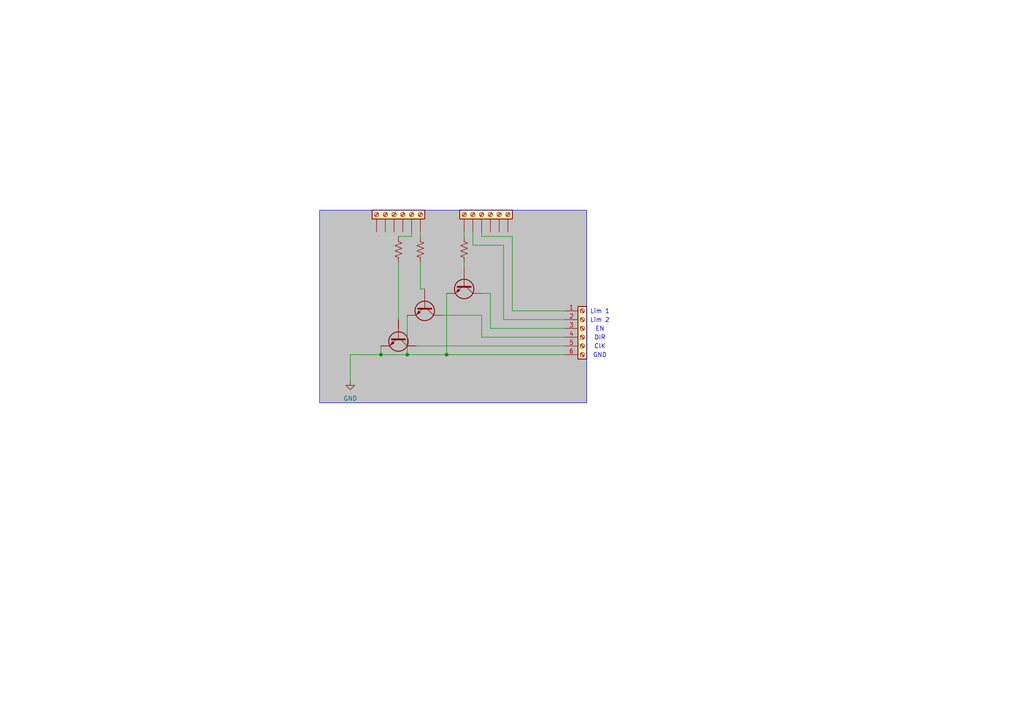
<source format=kicad_sch>
(kicad_sch
	(version 20250114)
	(generator "eeschema")
	(generator_version "9.0")
	(uuid "3fc41dd3-73e4-4ffc-9935-b0cefc27f6af")
	(paper "A4")
	(lib_symbols
		(symbol "Connector:Screw_Terminal_01x06"
			(pin_names
				(offset 1.016)
				(hide yes)
			)
			(exclude_from_sim no)
			(in_bom yes)
			(on_board yes)
			(property "Reference" "J"
				(at 0 7.62 0)
				(effects
					(font
						(size 1.27 1.27)
					)
				)
			)
			(property "Value" "Screw_Terminal_01x06"
				(at 0 -10.16 0)
				(effects
					(font
						(size 1.27 1.27)
					)
				)
			)
			(property "Footprint" ""
				(at 0 0 0)
				(effects
					(font
						(size 1.27 1.27)
					)
					(hide yes)
				)
			)
			(property "Datasheet" "~"
				(at 0 0 0)
				(effects
					(font
						(size 1.27 1.27)
					)
					(hide yes)
				)
			)
			(property "Description" "Generic screw terminal, single row, 01x06, script generated (kicad-library-utils/schlib/autogen/connector/)"
				(at 0 0 0)
				(effects
					(font
						(size 1.27 1.27)
					)
					(hide yes)
				)
			)
			(property "ki_keywords" "screw terminal"
				(at 0 0 0)
				(effects
					(font
						(size 1.27 1.27)
					)
					(hide yes)
				)
			)
			(property "ki_fp_filters" "TerminalBlock*:*"
				(at 0 0 0)
				(effects
					(font
						(size 1.27 1.27)
					)
					(hide yes)
				)
			)
			(symbol "Screw_Terminal_01x06_1_1"
				(rectangle
					(start -1.27 6.35)
					(end 1.27 -8.89)
					(stroke
						(width 0.254)
						(type default)
					)
					(fill
						(type background)
					)
				)
				(polyline
					(pts
						(xy -0.5334 5.4102) (xy 0.3302 4.572)
					)
					(stroke
						(width 0.1524)
						(type default)
					)
					(fill
						(type none)
					)
				)
				(polyline
					(pts
						(xy -0.5334 2.8702) (xy 0.3302 2.032)
					)
					(stroke
						(width 0.1524)
						(type default)
					)
					(fill
						(type none)
					)
				)
				(polyline
					(pts
						(xy -0.5334 0.3302) (xy 0.3302 -0.508)
					)
					(stroke
						(width 0.1524)
						(type default)
					)
					(fill
						(type none)
					)
				)
				(polyline
					(pts
						(xy -0.5334 -2.2098) (xy 0.3302 -3.048)
					)
					(stroke
						(width 0.1524)
						(type default)
					)
					(fill
						(type none)
					)
				)
				(polyline
					(pts
						(xy -0.5334 -4.7498) (xy 0.3302 -5.588)
					)
					(stroke
						(width 0.1524)
						(type default)
					)
					(fill
						(type none)
					)
				)
				(polyline
					(pts
						(xy -0.5334 -7.2898) (xy 0.3302 -8.128)
					)
					(stroke
						(width 0.1524)
						(type default)
					)
					(fill
						(type none)
					)
				)
				(polyline
					(pts
						(xy -0.3556 5.588) (xy 0.508 4.7498)
					)
					(stroke
						(width 0.1524)
						(type default)
					)
					(fill
						(type none)
					)
				)
				(polyline
					(pts
						(xy -0.3556 3.048) (xy 0.508 2.2098)
					)
					(stroke
						(width 0.1524)
						(type default)
					)
					(fill
						(type none)
					)
				)
				(polyline
					(pts
						(xy -0.3556 0.508) (xy 0.508 -0.3302)
					)
					(stroke
						(width 0.1524)
						(type default)
					)
					(fill
						(type none)
					)
				)
				(polyline
					(pts
						(xy -0.3556 -2.032) (xy 0.508 -2.8702)
					)
					(stroke
						(width 0.1524)
						(type default)
					)
					(fill
						(type none)
					)
				)
				(polyline
					(pts
						(xy -0.3556 -4.572) (xy 0.508 -5.4102)
					)
					(stroke
						(width 0.1524)
						(type default)
					)
					(fill
						(type none)
					)
				)
				(polyline
					(pts
						(xy -0.3556 -7.112) (xy 0.508 -7.9502)
					)
					(stroke
						(width 0.1524)
						(type default)
					)
					(fill
						(type none)
					)
				)
				(circle
					(center 0 5.08)
					(radius 0.635)
					(stroke
						(width 0.1524)
						(type default)
					)
					(fill
						(type none)
					)
				)
				(circle
					(center 0 2.54)
					(radius 0.635)
					(stroke
						(width 0.1524)
						(type default)
					)
					(fill
						(type none)
					)
				)
				(circle
					(center 0 0)
					(radius 0.635)
					(stroke
						(width 0.1524)
						(type default)
					)
					(fill
						(type none)
					)
				)
				(circle
					(center 0 -2.54)
					(radius 0.635)
					(stroke
						(width 0.1524)
						(type default)
					)
					(fill
						(type none)
					)
				)
				(circle
					(center 0 -5.08)
					(radius 0.635)
					(stroke
						(width 0.1524)
						(type default)
					)
					(fill
						(type none)
					)
				)
				(circle
					(center 0 -7.62)
					(radius 0.635)
					(stroke
						(width 0.1524)
						(type default)
					)
					(fill
						(type none)
					)
				)
				(pin passive line
					(at -5.08 5.08 0)
					(length 3.81)
					(name "Pin_1"
						(effects
							(font
								(size 1.27 1.27)
							)
						)
					)
					(number "1"
						(effects
							(font
								(size 1.27 1.27)
							)
						)
					)
				)
				(pin passive line
					(at -5.08 2.54 0)
					(length 3.81)
					(name "Pin_2"
						(effects
							(font
								(size 1.27 1.27)
							)
						)
					)
					(number "2"
						(effects
							(font
								(size 1.27 1.27)
							)
						)
					)
				)
				(pin passive line
					(at -5.08 0 0)
					(length 3.81)
					(name "Pin_3"
						(effects
							(font
								(size 1.27 1.27)
							)
						)
					)
					(number "3"
						(effects
							(font
								(size 1.27 1.27)
							)
						)
					)
				)
				(pin passive line
					(at -5.08 -2.54 0)
					(length 3.81)
					(name "Pin_4"
						(effects
							(font
								(size 1.27 1.27)
							)
						)
					)
					(number "4"
						(effects
							(font
								(size 1.27 1.27)
							)
						)
					)
				)
				(pin passive line
					(at -5.08 -5.08 0)
					(length 3.81)
					(name "Pin_5"
						(effects
							(font
								(size 1.27 1.27)
							)
						)
					)
					(number "5"
						(effects
							(font
								(size 1.27 1.27)
							)
						)
					)
				)
				(pin passive line
					(at -5.08 -7.62 0)
					(length 3.81)
					(name "Pin_6"
						(effects
							(font
								(size 1.27 1.27)
							)
						)
					)
					(number "6"
						(effects
							(font
								(size 1.27 1.27)
							)
						)
					)
				)
			)
			(embedded_fonts no)
		)
		(symbol "Device:R_US"
			(pin_numbers
				(hide yes)
			)
			(pin_names
				(offset 0)
			)
			(exclude_from_sim no)
			(in_bom yes)
			(on_board yes)
			(property "Reference" "R"
				(at 2.54 0 90)
				(effects
					(font
						(size 1.27 1.27)
					)
				)
			)
			(property "Value" "R_US"
				(at -2.54 0 90)
				(effects
					(font
						(size 1.27 1.27)
					)
				)
			)
			(property "Footprint" ""
				(at 1.016 -0.254 90)
				(effects
					(font
						(size 1.27 1.27)
					)
					(hide yes)
				)
			)
			(property "Datasheet" "~"
				(at 0 0 0)
				(effects
					(font
						(size 1.27 1.27)
					)
					(hide yes)
				)
			)
			(property "Description" "Resistor, US symbol"
				(at 0 0 0)
				(effects
					(font
						(size 1.27 1.27)
					)
					(hide yes)
				)
			)
			(property "ki_keywords" "R res resistor"
				(at 0 0 0)
				(effects
					(font
						(size 1.27 1.27)
					)
					(hide yes)
				)
			)
			(property "ki_fp_filters" "R_*"
				(at 0 0 0)
				(effects
					(font
						(size 1.27 1.27)
					)
					(hide yes)
				)
			)
			(symbol "R_US_0_1"
				(polyline
					(pts
						(xy 0 2.286) (xy 0 2.54)
					)
					(stroke
						(width 0)
						(type default)
					)
					(fill
						(type none)
					)
				)
				(polyline
					(pts
						(xy 0 2.286) (xy 1.016 1.905) (xy 0 1.524) (xy -1.016 1.143) (xy 0 0.762)
					)
					(stroke
						(width 0)
						(type default)
					)
					(fill
						(type none)
					)
				)
				(polyline
					(pts
						(xy 0 0.762) (xy 1.016 0.381) (xy 0 0) (xy -1.016 -0.381) (xy 0 -0.762)
					)
					(stroke
						(width 0)
						(type default)
					)
					(fill
						(type none)
					)
				)
				(polyline
					(pts
						(xy 0 -0.762) (xy 1.016 -1.143) (xy 0 -1.524) (xy -1.016 -1.905) (xy 0 -2.286)
					)
					(stroke
						(width 0)
						(type default)
					)
					(fill
						(type none)
					)
				)
				(polyline
					(pts
						(xy 0 -2.286) (xy 0 -2.54)
					)
					(stroke
						(width 0)
						(type default)
					)
					(fill
						(type none)
					)
				)
			)
			(symbol "R_US_1_1"
				(pin passive line
					(at 0 3.81 270)
					(length 1.27)
					(name "~"
						(effects
							(font
								(size 1.27 1.27)
							)
						)
					)
					(number "1"
						(effects
							(font
								(size 1.27 1.27)
							)
						)
					)
				)
				(pin passive line
					(at 0 -3.81 90)
					(length 1.27)
					(name "~"
						(effects
							(font
								(size 1.27 1.27)
							)
						)
					)
					(number "2"
						(effects
							(font
								(size 1.27 1.27)
							)
						)
					)
				)
			)
			(embedded_fonts no)
		)
		(symbol "Q_NPN_BEC_1"
			(pin_numbers
				(hide yes)
			)
			(pin_names
				(offset 0)
				(hide yes)
			)
			(exclude_from_sim no)
			(in_bom yes)
			(on_board yes)
			(property "Reference" "Q"
				(at 5.08 1.27 0)
				(effects
					(font
						(size 1.27 1.27)
					)
					(justify left)
				)
			)
			(property "Value" "Q_NPN_BEC"
				(at 5.08 -1.27 0)
				(effects
					(font
						(size 1.27 1.27)
					)
					(justify left)
				)
			)
			(property "Footprint" ""
				(at 5.08 2.54 0)
				(effects
					(font
						(size 1.27 1.27)
					)
					(hide yes)
				)
			)
			(property "Datasheet" "~"
				(at 0 0 0)
				(effects
					(font
						(size 1.27 1.27)
					)
					(hide yes)
				)
			)
			(property "Description" "NPN transistor, base/emitter/collector"
				(at 0 0 0)
				(effects
					(font
						(size 1.27 1.27)
					)
					(hide yes)
				)
			)
			(property "Sim.Device" "NPN"
				(at 0 0 0)
				(effects
					(font
						(size 1.27 1.27)
					)
					(hide yes)
				)
			)
			(property "Sim.Pins" "1=B 2=E 3=C"
				(at 0 0 0)
				(effects
					(font
						(size 1.27 1.27)
					)
					(hide yes)
				)
			)
			(property "ki_keywords" "BJT"
				(at 0 0 0)
				(effects
					(font
						(size 1.27 1.27)
					)
					(hide yes)
				)
			)
			(symbol "Q_NPN_BEC_1_0_1"
				(polyline
					(pts
						(xy -2.54 0) (xy 0.635 0)
					)
					(stroke
						(width 0)
						(type default)
					)
					(fill
						(type none)
					)
				)
				(polyline
					(pts
						(xy 0.635 1.905) (xy 0.635 -1.905)
					)
					(stroke
						(width 0.508)
						(type default)
					)
					(fill
						(type none)
					)
				)
				(circle
					(center 1.27 0)
					(radius 2.8194)
					(stroke
						(width 0.254)
						(type default)
					)
					(fill
						(type none)
					)
				)
			)
			(symbol "Q_NPN_BEC_1_1_1"
				(polyline
					(pts
						(xy 0.635 0.635) (xy 2.54 2.54)
					)
					(stroke
						(width 0)
						(type default)
					)
					(fill
						(type none)
					)
				)
				(polyline
					(pts
						(xy 0.635 -0.635) (xy 2.54 -2.54)
					)
					(stroke
						(width 0)
						(type default)
					)
					(fill
						(type none)
					)
				)
				(polyline
					(pts
						(xy 1.27 -1.778) (xy 1.778 -1.27) (xy 2.286 -2.286) (xy 1.27 -1.778)
					)
					(stroke
						(width 0)
						(type default)
					)
					(fill
						(type outline)
					)
				)
				(pin input line
					(at -5.08 0 0)
					(length 2.54)
					(name "B"
						(effects
							(font
								(size 1.27 1.27)
							)
						)
					)
					(number "1"
						(effects
							(font
								(size 1.27 1.27)
							)
						)
					)
				)
				(pin passive line
					(at 2.54 5.08 270)
					(length 2.54)
					(name "C"
						(effects
							(font
								(size 1.27 1.27)
							)
						)
					)
					(number "3"
						(effects
							(font
								(size 1.27 1.27)
							)
						)
					)
				)
				(pin passive line
					(at 2.54 -5.08 90)
					(length 2.54)
					(name "E"
						(effects
							(font
								(size 1.27 1.27)
							)
						)
					)
					(number "2"
						(effects
							(font
								(size 1.27 1.27)
							)
						)
					)
				)
			)
			(embedded_fonts no)
		)
		(symbol "Q_NPN_BEC_2"
			(pin_numbers
				(hide yes)
			)
			(pin_names
				(offset 0)
				(hide yes)
			)
			(exclude_from_sim no)
			(in_bom yes)
			(on_board yes)
			(property "Reference" "Q"
				(at 5.08 1.27 0)
				(effects
					(font
						(size 1.27 1.27)
					)
					(justify left)
				)
			)
			(property "Value" "Q_NPN_BEC"
				(at 5.08 -1.27 0)
				(effects
					(font
						(size 1.27 1.27)
					)
					(justify left)
				)
			)
			(property "Footprint" ""
				(at 5.08 2.54 0)
				(effects
					(font
						(size 1.27 1.27)
					)
					(hide yes)
				)
			)
			(property "Datasheet" "~"
				(at 0 0 0)
				(effects
					(font
						(size 1.27 1.27)
					)
					(hide yes)
				)
			)
			(property "Description" "NPN transistor, base/emitter/collector"
				(at 0 0 0)
				(effects
					(font
						(size 1.27 1.27)
					)
					(hide yes)
				)
			)
			(property "Sim.Device" "NPN"
				(at 0 0 0)
				(effects
					(font
						(size 1.27 1.27)
					)
					(hide yes)
				)
			)
			(property "Sim.Pins" "1=B 2=E 3=C"
				(at 0 0 0)
				(effects
					(font
						(size 1.27 1.27)
					)
					(hide yes)
				)
			)
			(property "ki_keywords" "BJT"
				(at 0 0 0)
				(effects
					(font
						(size 1.27 1.27)
					)
					(hide yes)
				)
			)
			(symbol "Q_NPN_BEC_2_0_1"
				(polyline
					(pts
						(xy -2.54 0) (xy 0.635 0)
					)
					(stroke
						(width 0)
						(type default)
					)
					(fill
						(type none)
					)
				)
				(polyline
					(pts
						(xy 0.635 1.905) (xy 0.635 -1.905)
					)
					(stroke
						(width 0.508)
						(type default)
					)
					(fill
						(type none)
					)
				)
				(circle
					(center 1.27 0)
					(radius 2.8194)
					(stroke
						(width 0.254)
						(type default)
					)
					(fill
						(type none)
					)
				)
			)
			(symbol "Q_NPN_BEC_2_1_1"
				(polyline
					(pts
						(xy 0.635 0.635) (xy 2.54 2.54)
					)
					(stroke
						(width 0)
						(type default)
					)
					(fill
						(type none)
					)
				)
				(polyline
					(pts
						(xy 0.635 -0.635) (xy 2.54 -2.54)
					)
					(stroke
						(width 0)
						(type default)
					)
					(fill
						(type none)
					)
				)
				(polyline
					(pts
						(xy 1.27 -1.778) (xy 1.778 -1.27) (xy 2.286 -2.286) (xy 1.27 -1.778)
					)
					(stroke
						(width 0)
						(type default)
					)
					(fill
						(type outline)
					)
				)
				(pin input line
					(at -5.08 0 0)
					(length 2.54)
					(name "B"
						(effects
							(font
								(size 1.27 1.27)
							)
						)
					)
					(number "1"
						(effects
							(font
								(size 1.27 1.27)
							)
						)
					)
				)
				(pin passive line
					(at 2.54 5.08 270)
					(length 2.54)
					(name "C"
						(effects
							(font
								(size 1.27 1.27)
							)
						)
					)
					(number "3"
						(effects
							(font
								(size 1.27 1.27)
							)
						)
					)
				)
				(pin passive line
					(at 2.54 -5.08 90)
					(length 2.54)
					(name "E"
						(effects
							(font
								(size 1.27 1.27)
							)
						)
					)
					(number "2"
						(effects
							(font
								(size 1.27 1.27)
							)
						)
					)
				)
			)
			(embedded_fonts no)
		)
		(symbol "Screw_Terminal_01x06_1"
			(pin_numbers
				(hide yes)
			)
			(pin_names
				(offset 1.016)
				(hide yes)
			)
			(exclude_from_sim no)
			(in_bom yes)
			(on_board yes)
			(property "Reference" "J"
				(at 0 7.62 0)
				(effects
					(font
						(size 1.27 1.27)
					)
				)
			)
			(property "Value" "Screw_Terminal_01x06"
				(at 0 -10.16 0)
				(effects
					(font
						(size 1.27 1.27)
					)
				)
			)
			(property "Footprint" ""
				(at 0 0 0)
				(effects
					(font
						(size 1.27 1.27)
					)
					(hide yes)
				)
			)
			(property "Datasheet" "~"
				(at 0 0 0)
				(effects
					(font
						(size 1.27 1.27)
					)
					(hide yes)
				)
			)
			(property "Description" "Generic screw terminal, single row, 01x06, script generated (kicad-library-utils/schlib/autogen/connector/)"
				(at 0 0 0)
				(effects
					(font
						(size 1.27 1.27)
					)
					(hide yes)
				)
			)
			(property "ki_keywords" "screw terminal"
				(at 0 0 0)
				(effects
					(font
						(size 1.27 1.27)
					)
					(hide yes)
				)
			)
			(property "ki_fp_filters" "TerminalBlock*:*"
				(at 0 0 0)
				(effects
					(font
						(size 1.27 1.27)
					)
					(hide yes)
				)
			)
			(symbol "Screw_Terminal_01x06_1_1_1"
				(rectangle
					(start -1.27 6.35)
					(end 1.27 -8.89)
					(stroke
						(width 0.254)
						(type default)
					)
					(fill
						(type background)
					)
				)
				(polyline
					(pts
						(xy -0.5334 5.4102) (xy 0.3302 4.572)
					)
					(stroke
						(width 0.1524)
						(type default)
					)
					(fill
						(type none)
					)
				)
				(polyline
					(pts
						(xy -0.5334 2.8702) (xy 0.3302 2.032)
					)
					(stroke
						(width 0.1524)
						(type default)
					)
					(fill
						(type none)
					)
				)
				(polyline
					(pts
						(xy -0.5334 0.3302) (xy 0.3302 -0.508)
					)
					(stroke
						(width 0.1524)
						(type default)
					)
					(fill
						(type none)
					)
				)
				(polyline
					(pts
						(xy -0.5334 -2.2098) (xy 0.3302 -3.048)
					)
					(stroke
						(width 0.1524)
						(type default)
					)
					(fill
						(type none)
					)
				)
				(polyline
					(pts
						(xy -0.5334 -4.7498) (xy 0.3302 -5.588)
					)
					(stroke
						(width 0.1524)
						(type default)
					)
					(fill
						(type none)
					)
				)
				(polyline
					(pts
						(xy -0.5334 -7.2898) (xy 0.3302 -8.128)
					)
					(stroke
						(width 0.1524)
						(type default)
					)
					(fill
						(type none)
					)
				)
				(polyline
					(pts
						(xy -0.3556 5.588) (xy 0.508 4.7498)
					)
					(stroke
						(width 0.1524)
						(type default)
					)
					(fill
						(type none)
					)
				)
				(polyline
					(pts
						(xy -0.3556 3.048) (xy 0.508 2.2098)
					)
					(stroke
						(width 0.1524)
						(type default)
					)
					(fill
						(type none)
					)
				)
				(polyline
					(pts
						(xy -0.3556 0.508) (xy 0.508 -0.3302)
					)
					(stroke
						(width 0.1524)
						(type default)
					)
					(fill
						(type none)
					)
				)
				(polyline
					(pts
						(xy -0.3556 -2.032) (xy 0.508 -2.8702)
					)
					(stroke
						(width 0.1524)
						(type default)
					)
					(fill
						(type none)
					)
				)
				(polyline
					(pts
						(xy -0.3556 -4.572) (xy 0.508 -5.4102)
					)
					(stroke
						(width 0.1524)
						(type default)
					)
					(fill
						(type none)
					)
				)
				(polyline
					(pts
						(xy -0.3556 -7.112) (xy 0.508 -7.9502)
					)
					(stroke
						(width 0.1524)
						(type default)
					)
					(fill
						(type none)
					)
				)
				(circle
					(center 0 5.08)
					(radius 0.635)
					(stroke
						(width 0.1524)
						(type default)
					)
					(fill
						(type none)
					)
				)
				(circle
					(center 0 2.54)
					(radius 0.635)
					(stroke
						(width 0.1524)
						(type default)
					)
					(fill
						(type none)
					)
				)
				(circle
					(center 0 0)
					(radius 0.635)
					(stroke
						(width 0.1524)
						(type default)
					)
					(fill
						(type none)
					)
				)
				(circle
					(center 0 -2.54)
					(radius 0.635)
					(stroke
						(width 0.1524)
						(type default)
					)
					(fill
						(type none)
					)
				)
				(circle
					(center 0 -5.08)
					(radius 0.635)
					(stroke
						(width 0.1524)
						(type default)
					)
					(fill
						(type none)
					)
				)
				(circle
					(center 0 -7.62)
					(radius 0.635)
					(stroke
						(width 0.1524)
						(type default)
					)
					(fill
						(type none)
					)
				)
				(pin passive line
					(at -5.08 5.08 0)
					(length 3.81)
					(name "Pin_1"
						(effects
							(font
								(size 1.27 1.27)
							)
						)
					)
					(number "1"
						(effects
							(font
								(size 1.27 1.27)
							)
						)
					)
				)
				(pin passive line
					(at -5.08 2.54 0)
					(length 3.81)
					(name "Pin_2"
						(effects
							(font
								(size 1.27 1.27)
							)
						)
					)
					(number "2"
						(effects
							(font
								(size 1.27 1.27)
							)
						)
					)
				)
				(pin passive line
					(at -5.08 0 0)
					(length 3.81)
					(name "Pin_3"
						(effects
							(font
								(size 1.27 1.27)
							)
						)
					)
					(number "3"
						(effects
							(font
								(size 1.27 1.27)
							)
						)
					)
				)
				(pin passive line
					(at -5.08 -2.54 0)
					(length 3.81)
					(name "Pin_4"
						(effects
							(font
								(size 1.27 1.27)
							)
						)
					)
					(number "4"
						(effects
							(font
								(size 1.27 1.27)
							)
						)
					)
				)
				(pin passive line
					(at -5.08 -5.08 0)
					(length 3.81)
					(name "Pin_5"
						(effects
							(font
								(size 1.27 1.27)
							)
						)
					)
					(number "5"
						(effects
							(font
								(size 1.27 1.27)
							)
						)
					)
				)
				(pin passive line
					(at -5.08 -7.62 0)
					(length 3.81)
					(name "Pin_6"
						(effects
							(font
								(size 1.27 1.27)
							)
						)
					)
					(number "6"
						(effects
							(font
								(size 1.27 1.27)
							)
						)
					)
				)
			)
			(embedded_fonts no)
		)
		(symbol "Screw_Terminal_01x06_2"
			(pin_numbers
				(hide yes)
			)
			(pin_names
				(offset 1.016)
				(hide yes)
			)
			(exclude_from_sim no)
			(in_bom yes)
			(on_board yes)
			(property "Reference" "J"
				(at 0 7.62 0)
				(effects
					(font
						(size 1.27 1.27)
					)
				)
			)
			(property "Value" "Screw_Terminal_01x06"
				(at 0 -10.16 0)
				(effects
					(font
						(size 1.27 1.27)
					)
				)
			)
			(property "Footprint" ""
				(at 0 0 0)
				(effects
					(font
						(size 1.27 1.27)
					)
					(hide yes)
				)
			)
			(property "Datasheet" "~"
				(at 0 0 0)
				(effects
					(font
						(size 1.27 1.27)
					)
					(hide yes)
				)
			)
			(property "Description" "Generic screw terminal, single row, 01x06, script generated (kicad-library-utils/schlib/autogen/connector/)"
				(at 0 0 0)
				(effects
					(font
						(size 1.27 1.27)
					)
					(hide yes)
				)
			)
			(property "ki_keywords" "screw terminal"
				(at 0 0 0)
				(effects
					(font
						(size 1.27 1.27)
					)
					(hide yes)
				)
			)
			(property "ki_fp_filters" "TerminalBlock*:*"
				(at 0 0 0)
				(effects
					(font
						(size 1.27 1.27)
					)
					(hide yes)
				)
			)
			(symbol "Screw_Terminal_01x06_2_1_1"
				(rectangle
					(start -1.27 6.35)
					(end 1.27 -8.89)
					(stroke
						(width 0.254)
						(type default)
					)
					(fill
						(type background)
					)
				)
				(polyline
					(pts
						(xy -0.5334 5.4102) (xy 0.3302 4.572)
					)
					(stroke
						(width 0.1524)
						(type default)
					)
					(fill
						(type none)
					)
				)
				(polyline
					(pts
						(xy -0.5334 2.8702) (xy 0.3302 2.032)
					)
					(stroke
						(width 0.1524)
						(type default)
					)
					(fill
						(type none)
					)
				)
				(polyline
					(pts
						(xy -0.5334 0.3302) (xy 0.3302 -0.508)
					)
					(stroke
						(width 0.1524)
						(type default)
					)
					(fill
						(type none)
					)
				)
				(polyline
					(pts
						(xy -0.5334 -2.2098) (xy 0.3302 -3.048)
					)
					(stroke
						(width 0.1524)
						(type default)
					)
					(fill
						(type none)
					)
				)
				(polyline
					(pts
						(xy -0.5334 -4.7498) (xy 0.3302 -5.588)
					)
					(stroke
						(width 0.1524)
						(type default)
					)
					(fill
						(type none)
					)
				)
				(polyline
					(pts
						(xy -0.5334 -7.2898) (xy 0.3302 -8.128)
					)
					(stroke
						(width 0.1524)
						(type default)
					)
					(fill
						(type none)
					)
				)
				(polyline
					(pts
						(xy -0.3556 5.588) (xy 0.508 4.7498)
					)
					(stroke
						(width 0.1524)
						(type default)
					)
					(fill
						(type none)
					)
				)
				(polyline
					(pts
						(xy -0.3556 3.048) (xy 0.508 2.2098)
					)
					(stroke
						(width 0.1524)
						(type default)
					)
					(fill
						(type none)
					)
				)
				(polyline
					(pts
						(xy -0.3556 0.508) (xy 0.508 -0.3302)
					)
					(stroke
						(width 0.1524)
						(type default)
					)
					(fill
						(type none)
					)
				)
				(polyline
					(pts
						(xy -0.3556 -2.032) (xy 0.508 -2.8702)
					)
					(stroke
						(width 0.1524)
						(type default)
					)
					(fill
						(type none)
					)
				)
				(polyline
					(pts
						(xy -0.3556 -4.572) (xy 0.508 -5.4102)
					)
					(stroke
						(width 0.1524)
						(type default)
					)
					(fill
						(type none)
					)
				)
				(polyline
					(pts
						(xy -0.3556 -7.112) (xy 0.508 -7.9502)
					)
					(stroke
						(width 0.1524)
						(type default)
					)
					(fill
						(type none)
					)
				)
				(circle
					(center 0 5.08)
					(radius 0.635)
					(stroke
						(width 0.1524)
						(type default)
					)
					(fill
						(type none)
					)
				)
				(circle
					(center 0 2.54)
					(radius 0.635)
					(stroke
						(width 0.1524)
						(type default)
					)
					(fill
						(type none)
					)
				)
				(circle
					(center 0 0)
					(radius 0.635)
					(stroke
						(width 0.1524)
						(type default)
					)
					(fill
						(type none)
					)
				)
				(circle
					(center 0 -2.54)
					(radius 0.635)
					(stroke
						(width 0.1524)
						(type default)
					)
					(fill
						(type none)
					)
				)
				(circle
					(center 0 -5.08)
					(radius 0.635)
					(stroke
						(width 0.1524)
						(type default)
					)
					(fill
						(type none)
					)
				)
				(circle
					(center 0 -7.62)
					(radius 0.635)
					(stroke
						(width 0.1524)
						(type default)
					)
					(fill
						(type none)
					)
				)
				(pin passive line
					(at -5.08 5.08 0)
					(length 3.81)
					(name "Pin_1"
						(effects
							(font
								(size 1.27 1.27)
							)
						)
					)
					(number "1"
						(effects
							(font
								(size 1.27 1.27)
							)
						)
					)
				)
				(pin passive line
					(at -5.08 2.54 0)
					(length 3.81)
					(name "Pin_2"
						(effects
							(font
								(size 1.27 1.27)
							)
						)
					)
					(number "2"
						(effects
							(font
								(size 1.27 1.27)
							)
						)
					)
				)
				(pin passive line
					(at -5.08 0 0)
					(length 3.81)
					(name "Pin_3"
						(effects
							(font
								(size 1.27 1.27)
							)
						)
					)
					(number "3"
						(effects
							(font
								(size 1.27 1.27)
							)
						)
					)
				)
				(pin passive line
					(at -5.08 -2.54 0)
					(length 3.81)
					(name "Pin_4"
						(effects
							(font
								(size 1.27 1.27)
							)
						)
					)
					(number "4"
						(effects
							(font
								(size 1.27 1.27)
							)
						)
					)
				)
				(pin passive line
					(at -5.08 -5.08 0)
					(length 3.81)
					(name "Pin_5"
						(effects
							(font
								(size 1.27 1.27)
							)
						)
					)
					(number "5"
						(effects
							(font
								(size 1.27 1.27)
							)
						)
					)
				)
				(pin passive line
					(at -5.08 -7.62 0)
					(length 3.81)
					(name "Pin_6"
						(effects
							(font
								(size 1.27 1.27)
							)
						)
					)
					(number "6"
						(effects
							(font
								(size 1.27 1.27)
							)
						)
					)
				)
			)
			(embedded_fonts no)
		)
		(symbol "Transistor_BJT:Q_NPN_BEC"
			(pin_numbers
				(hide yes)
			)
			(pin_names
				(offset 0)
				(hide yes)
			)
			(exclude_from_sim no)
			(in_bom yes)
			(on_board yes)
			(property "Reference" "Q"
				(at 5.08 1.27 0)
				(effects
					(font
						(size 1.27 1.27)
					)
					(justify left)
				)
			)
			(property "Value" "Q_NPN_BEC"
				(at 5.08 -1.27 0)
				(effects
					(font
						(size 1.27 1.27)
					)
					(justify left)
				)
			)
			(property "Footprint" ""
				(at 5.08 2.54 0)
				(effects
					(font
						(size 1.27 1.27)
					)
					(hide yes)
				)
			)
			(property "Datasheet" "~"
				(at 0 0 0)
				(effects
					(font
						(size 1.27 1.27)
					)
					(hide yes)
				)
			)
			(property "Description" "NPN transistor, base/emitter/collector"
				(at 0 0 0)
				(effects
					(font
						(size 1.27 1.27)
					)
					(hide yes)
				)
			)
			(property "Sim.Device" "NPN"
				(at 0 0 0)
				(effects
					(font
						(size 1.27 1.27)
					)
					(hide yes)
				)
			)
			(property "Sim.Pins" "1=B 2=E 3=C"
				(at 0 0 0)
				(effects
					(font
						(size 1.27 1.27)
					)
					(hide yes)
				)
			)
			(property "ki_keywords" "BJT"
				(at 0 0 0)
				(effects
					(font
						(size 1.27 1.27)
					)
					(hide yes)
				)
			)
			(symbol "Q_NPN_BEC_0_1"
				(polyline
					(pts
						(xy -2.54 0) (xy 0.635 0)
					)
					(stroke
						(width 0)
						(type default)
					)
					(fill
						(type none)
					)
				)
				(polyline
					(pts
						(xy 0.635 1.905) (xy 0.635 -1.905)
					)
					(stroke
						(width 0.508)
						(type default)
					)
					(fill
						(type none)
					)
				)
				(circle
					(center 1.27 0)
					(radius 2.8194)
					(stroke
						(width 0.254)
						(type default)
					)
					(fill
						(type none)
					)
				)
			)
			(symbol "Q_NPN_BEC_1_1"
				(polyline
					(pts
						(xy 0.635 0.635) (xy 2.54 2.54)
					)
					(stroke
						(width 0)
						(type default)
					)
					(fill
						(type none)
					)
				)
				(polyline
					(pts
						(xy 0.635 -0.635) (xy 2.54 -2.54)
					)
					(stroke
						(width 0)
						(type default)
					)
					(fill
						(type none)
					)
				)
				(polyline
					(pts
						(xy 1.27 -1.778) (xy 1.778 -1.27) (xy 2.286 -2.286) (xy 1.27 -1.778)
					)
					(stroke
						(width 0)
						(type default)
					)
					(fill
						(type outline)
					)
				)
				(pin input line
					(at -5.08 0 0)
					(length 2.54)
					(name "B"
						(effects
							(font
								(size 1.27 1.27)
							)
						)
					)
					(number "1"
						(effects
							(font
								(size 1.27 1.27)
							)
						)
					)
				)
				(pin passive line
					(at 2.54 5.08 270)
					(length 2.54)
					(name "C"
						(effects
							(font
								(size 1.27 1.27)
							)
						)
					)
					(number "3"
						(effects
							(font
								(size 1.27 1.27)
							)
						)
					)
				)
				(pin passive line
					(at 2.54 -5.08 90)
					(length 2.54)
					(name "E"
						(effects
							(font
								(size 1.27 1.27)
							)
						)
					)
					(number "2"
						(effects
							(font
								(size 1.27 1.27)
							)
						)
					)
				)
			)
			(embedded_fonts no)
		)
		(symbol "power:GND"
			(power)
			(pin_numbers
				(hide yes)
			)
			(pin_names
				(offset 0)
				(hide yes)
			)
			(exclude_from_sim no)
			(in_bom yes)
			(on_board yes)
			(property "Reference" "#PWR"
				(at 0 -6.35 0)
				(effects
					(font
						(size 1.27 1.27)
					)
					(hide yes)
				)
			)
			(property "Value" "GND"
				(at 0 -3.81 0)
				(effects
					(font
						(size 1.27 1.27)
					)
				)
			)
			(property "Footprint" ""
				(at 0 0 0)
				(effects
					(font
						(size 1.27 1.27)
					)
					(hide yes)
				)
			)
			(property "Datasheet" ""
				(at 0 0 0)
				(effects
					(font
						(size 1.27 1.27)
					)
					(hide yes)
				)
			)
			(property "Description" "Power symbol creates a global label with name \"GND\" , ground"
				(at 0 0 0)
				(effects
					(font
						(size 1.27 1.27)
					)
					(hide yes)
				)
			)
			(property "ki_keywords" "global power"
				(at 0 0 0)
				(effects
					(font
						(size 1.27 1.27)
					)
					(hide yes)
				)
			)
			(symbol "GND_0_1"
				(polyline
					(pts
						(xy 0 0) (xy 0 -1.27) (xy 1.27 -1.27) (xy 0 -2.54) (xy -1.27 -1.27) (xy 0 -1.27)
					)
					(stroke
						(width 0)
						(type default)
					)
					(fill
						(type none)
					)
				)
			)
			(symbol "GND_1_1"
				(pin power_in line
					(at 0 0 270)
					(length 0)
					(name "~"
						(effects
							(font
								(size 1.27 1.27)
							)
						)
					)
					(number "1"
						(effects
							(font
								(size 1.27 1.27)
							)
						)
					)
				)
			)
			(embedded_fonts no)
		)
	)
	(rectangle
		(start 92.71 60.96)
		(end 170.18 116.84)
		(stroke
			(width 0)
			(type default)
		)
		(fill
			(type color)
			(color 194 194 194 1)
		)
		(uuid 16f2721e-dd98-4e93-b837-71498bdaa3ed)
	)
	(text "EN"
		(exclude_from_sim no)
		(at 173.99 95.504 0)
		(effects
			(font
				(size 1.27 1.27)
			)
		)
		(uuid "131f93ac-48b1-4c20-97eb-66f48e349843")
	)
	(text "GND\n"
		(exclude_from_sim no)
		(at 173.99 103.124 0)
		(effects
			(font
				(size 1.27 1.27)
			)
		)
		(uuid "75d0ba09-2dd6-4316-a52b-90d23499a8e7")
	)
	(text "Lim 1"
		(exclude_from_sim no)
		(at 173.99 90.424 0)
		(effects
			(font
				(size 1.27 1.27)
			)
		)
		(uuid "8ac3398a-b0e2-48c0-acef-9a26ef55eb1a")
	)
	(text "DIR"
		(exclude_from_sim no)
		(at 173.99 98.044 0)
		(effects
			(font
				(size 1.27 1.27)
			)
		)
		(uuid "b25ee255-c588-4b91-a366-25e3394bdf5f")
	)
	(text "Lim 2"
		(exclude_from_sim no)
		(at 173.99 92.964 0)
		(effects
			(font
				(size 1.27 1.27)
			)
		)
		(uuid "ef5da2f9-32a0-4707-8c11-31cdf9d53421")
	)
	(text "ClK"
		(exclude_from_sim no)
		(at 173.99 100.584 0)
		(effects
			(font
				(size 1.27 1.27)
			)
		)
		(uuid "fb10f766-98d8-4486-81fd-67e474003691")
	)
	(junction
		(at 110.49 102.87)
		(diameter 0)
		(color 0 0 0 0)
		(uuid "06b8ef35-e179-415a-ae71-7bf937c3c98f")
	)
	(junction
		(at 129.54 102.87)
		(diameter 0)
		(color 0 0 0 0)
		(uuid "c8394736-17e8-4a6d-a93b-2741ba4f173e")
	)
	(junction
		(at 118.11 102.87)
		(diameter 0)
		(color 0 0 0 0)
		(uuid "e97948c3-843b-446f-a5a8-e49bdbe16704")
	)
	(wire
		(pts
			(xy 163.83 97.79) (xy 139.7 97.79)
		)
		(stroke
			(width 0)
			(type default)
		)
		(uuid "00012d8a-27a4-4ff6-8d0b-14e82fcde0aa")
	)
	(wire
		(pts
			(xy 129.54 102.87) (xy 163.83 102.87)
		)
		(stroke
			(width 0)
			(type default)
		)
		(uuid "02a6b794-a57e-495f-8513-8c38cdcd1cda")
	)
	(wire
		(pts
			(xy 101.6 110.49) (xy 101.6 102.87)
		)
		(stroke
			(width 0)
			(type default)
		)
		(uuid "0924cd12-ebef-4bda-93f5-14e0a9533c7d")
	)
	(wire
		(pts
			(xy 139.7 91.44) (xy 128.27 91.44)
		)
		(stroke
			(width 0)
			(type default)
		)
		(uuid "0e3d9d47-b255-4034-a00a-18a6a4108008")
	)
	(wire
		(pts
			(xy 121.92 68.58) (xy 121.92 67.31)
		)
		(stroke
			(width 0)
			(type default)
		)
		(uuid "1616c701-883d-42cb-97a7-ee097c66957b")
	)
	(wire
		(pts
			(xy 142.24 85.09) (xy 139.7 85.09)
		)
		(stroke
			(width 0)
			(type default)
		)
		(uuid "2864d8d3-68ff-40f9-886d-587964ad02bb")
	)
	(wire
		(pts
			(xy 134.62 67.31) (xy 134.62 68.58)
		)
		(stroke
			(width 0)
			(type default)
		)
		(uuid "2b44c55f-e4ba-4a0d-9178-f318a22a617b")
	)
	(wire
		(pts
			(xy 146.05 71.12) (xy 137.16 71.12)
		)
		(stroke
			(width 0)
			(type default)
		)
		(uuid "3a4446d7-c402-4172-b0bb-8fc73d1bd74a")
	)
	(wire
		(pts
			(xy 120.65 100.33) (xy 163.83 100.33)
		)
		(stroke
			(width 0)
			(type default)
		)
		(uuid "3ee3fa3d-7699-445f-849f-679cd8327c9f")
	)
	(wire
		(pts
			(xy 115.57 68.58) (xy 119.38 68.58)
		)
		(stroke
			(width 0)
			(type default)
		)
		(uuid "4eb3dd52-4cfa-41f2-808a-8f2bda488ee7")
	)
	(wire
		(pts
			(xy 121.92 83.82) (xy 121.92 76.2)
		)
		(stroke
			(width 0)
			(type default)
		)
		(uuid "552e30b4-7329-469b-bc00-fa16d0968328")
	)
	(wire
		(pts
			(xy 118.11 91.44) (xy 118.11 102.87)
		)
		(stroke
			(width 0)
			(type default)
		)
		(uuid "5ba11275-d552-434e-98ab-b683cd738082")
	)
	(wire
		(pts
			(xy 110.49 100.33) (xy 110.49 102.87)
		)
		(stroke
			(width 0)
			(type default)
		)
		(uuid "5bdb7c81-9edc-4104-ab7f-581f5f650005")
	)
	(wire
		(pts
			(xy 139.7 97.79) (xy 139.7 91.44)
		)
		(stroke
			(width 0)
			(type default)
		)
		(uuid "5d4257e1-1d7a-4b27-91b2-ae5d6110df81")
	)
	(wire
		(pts
			(xy 123.19 83.82) (xy 121.92 83.82)
		)
		(stroke
			(width 0)
			(type default)
		)
		(uuid "6ce4d198-4ed1-41d4-82b8-83abdacd5874")
	)
	(wire
		(pts
			(xy 118.11 102.87) (xy 129.54 102.87)
		)
		(stroke
			(width 0)
			(type default)
		)
		(uuid "6e3bce8d-9fda-4657-8bfd-cfdd254c1da5")
	)
	(wire
		(pts
			(xy 110.49 102.87) (xy 118.11 102.87)
		)
		(stroke
			(width 0)
			(type default)
		)
		(uuid "739e32e0-1701-4914-b82d-8722bcac35b3")
	)
	(wire
		(pts
			(xy 139.7 68.58) (xy 139.7 67.31)
		)
		(stroke
			(width 0)
			(type default)
		)
		(uuid "77799d2a-c611-4213-9523-7b97949a6578")
	)
	(wire
		(pts
			(xy 148.59 68.58) (xy 139.7 68.58)
		)
		(stroke
			(width 0)
			(type default)
		)
		(uuid "908fc11c-8351-48c0-8039-6c0780e5fa04")
	)
	(wire
		(pts
			(xy 146.05 92.71) (xy 146.05 71.12)
		)
		(stroke
			(width 0)
			(type default)
		)
		(uuid "9d515318-b664-448f-8a60-a9bf94464ab7")
	)
	(wire
		(pts
			(xy 101.6 102.87) (xy 110.49 102.87)
		)
		(stroke
			(width 0)
			(type default)
		)
		(uuid "ae63973c-99e7-4fc5-ac03-eec024a7caef")
	)
	(wire
		(pts
			(xy 142.24 95.25) (xy 142.24 85.09)
		)
		(stroke
			(width 0)
			(type default)
		)
		(uuid "ae98f668-2ebd-4aa4-b41f-b0073c11ae8c")
	)
	(wire
		(pts
			(xy 148.59 90.17) (xy 148.59 68.58)
		)
		(stroke
			(width 0)
			(type default)
		)
		(uuid "b370d67e-c5fb-42c0-adf7-634cd2f1c28f")
	)
	(wire
		(pts
			(xy 163.83 95.25) (xy 142.24 95.25)
		)
		(stroke
			(width 0)
			(type default)
		)
		(uuid "bb9a153f-be19-490c-bb42-ed9fcdf867cf")
	)
	(wire
		(pts
			(xy 119.38 68.58) (xy 119.38 67.31)
		)
		(stroke
			(width 0)
			(type default)
		)
		(uuid "d8221e37-d4a8-443e-a0c7-42e9d8c3ceea")
	)
	(wire
		(pts
			(xy 163.83 90.17) (xy 148.59 90.17)
		)
		(stroke
			(width 0)
			(type default)
		)
		(uuid "d8536b77-fa78-4657-967a-ef90304778b1")
	)
	(wire
		(pts
			(xy 137.16 71.12) (xy 137.16 67.31)
		)
		(stroke
			(width 0)
			(type default)
		)
		(uuid "dd9b52d9-3959-4c9a-8059-7fc05fc7fce5")
	)
	(wire
		(pts
			(xy 115.57 76.2) (xy 115.57 92.71)
		)
		(stroke
			(width 0)
			(type default)
		)
		(uuid "e55caba3-6b26-403a-9eb4-fad3307f9746")
	)
	(wire
		(pts
			(xy 163.83 92.71) (xy 146.05 92.71)
		)
		(stroke
			(width 0)
			(type default)
		)
		(uuid "e8d0f666-aaac-43f6-8383-f126e5344260")
	)
	(wire
		(pts
			(xy 129.54 85.09) (xy 129.54 102.87)
		)
		(stroke
			(width 0)
			(type default)
		)
		(uuid "eb4d0d8d-c7b3-4513-b3e6-5dee76614e66")
	)
	(wire
		(pts
			(xy 134.62 77.47) (xy 134.62 76.2)
		)
		(stroke
			(width 0)
			(type default)
		)
		(uuid "fb973fea-2f34-4111-8387-7578932fdf5a")
	)
	(symbol
		(lib_id "Transistor_BJT:Q_NPN_BEC")
		(at 115.57 97.79 270)
		(unit 1)
		(exclude_from_sim no)
		(in_bom yes)
		(on_board yes)
		(dnp no)
		(fields_autoplaced yes)
		(uuid "1ce2c5b8-a4dc-4189-ad9f-07d58ccfc0ca")
		(property "Reference" "Q1"
			(at 115.57 104.14 90)
			(effects
				(font
					(size 1.27 1.27)
				)
				(hide yes)
			)
		)
		(property "Value" "Q_NPN_BEC"
			(at 115.57 106.68 90)
			(effects
				(font
					(size 1.27 1.27)
				)
				(hide yes)
			)
		)
		(property "Footprint" ""
			(at 118.11 102.87 0)
			(effects
				(font
					(size 1.27 1.27)
				)
				(hide yes)
			)
		)
		(property "Datasheet" "~"
			(at 115.57 97.79 0)
			(effects
				(font
					(size 1.27 1.27)
				)
				(hide yes)
			)
		)
		(property "Description" "NPN transistor, base/emitter/collector"
			(at 115.57 97.79 0)
			(effects
				(font
					(size 1.27 1.27)
				)
				(hide yes)
			)
		)
		(property "Sim.Device" "NPN"
			(at 115.57 97.79 0)
			(effects
				(font
					(size 1.27 1.27)
				)
				(hide yes)
			)
		)
		(property "Sim.Pins" "1=B 2=E 3=C"
			(at 115.57 97.79 0)
			(effects
				(font
					(size 1.27 1.27)
				)
				(hide yes)
			)
		)
		(pin "1"
			(uuid "2e1e977f-c09f-4b81-b738-9779b7872a65")
		)
		(pin "2"
			(uuid "f4c1f8d5-727d-49a1-813f-5943a4d76309")
		)
		(pin "3"
			(uuid "0c01f7f3-50b2-4c7c-916c-791ce9caeebb")
		)
		(instances
			(project ""
				(path "/3fc41dd3-73e4-4ffc-9935-b0cefc27f6af"
					(reference "Q1")
					(unit 1)
				)
			)
		)
	)
	(symbol
		(lib_id "Device:R_US")
		(at 134.62 72.39 0)
		(unit 1)
		(exclude_from_sim no)
		(in_bom yes)
		(on_board yes)
		(dnp no)
		(uuid "335b3054-eed5-4e8a-acc6-2d55a6f2c47e")
		(property "Reference" "R3"
			(at 136.398 71.374 0)
			(effects
				(font
					(size 1.27 1.27)
				)
				(justify left)
				(hide yes)
			)
		)
		(property "Value" "R_US"
			(at 136.398 73.914 0)
			(effects
				(font
					(size 1.27 1.27)
				)
				(justify left)
				(hide yes)
			)
		)
		(property "Footprint" ""
			(at 135.636 72.644 90)
			(effects
				(font
					(size 1.27 1.27)
				)
				(hide yes)
			)
		)
		(property "Datasheet" "~"
			(at 134.62 72.39 0)
			(effects
				(font
					(size 1.27 1.27)
				)
				(hide yes)
			)
		)
		(property "Description" "Resistor, US symbol"
			(at 134.62 72.39 0)
			(effects
				(font
					(size 1.27 1.27)
				)
				(hide yes)
			)
		)
		(pin "1"
			(uuid "ebab1b80-93a0-4b8b-a957-f83bda9bb3e0")
		)
		(pin "2"
			(uuid "18826120-3f28-469d-8df2-d8570411fd45")
		)
		(instances
			(project "Schematic"
				(path "/3fc41dd3-73e4-4ffc-9935-b0cefc27f6af"
					(reference "R3")
					(unit 1)
				)
			)
		)
	)
	(symbol
		(lib_name "Screw_Terminal_01x06_1")
		(lib_id "Connector:Screw_Terminal_01x06")
		(at 139.7 62.23 90)
		(unit 1)
		(exclude_from_sim no)
		(in_bom yes)
		(on_board yes)
		(dnp no)
		(fields_autoplaced yes)
		(uuid "34c75248-21e8-49b3-8551-bd8f6423c533")
		(property "Reference" "J2"
			(at 140.97 55.88 90)
			(effects
				(font
					(size 1.27 1.27)
				)
				(hide yes)
			)
		)
		(property "Value" "Screw_Terminal_01x06"
			(at 140.97 58.42 90)
			(effects
				(font
					(size 1.27 1.27)
				)
				(hide yes)
			)
		)
		(property "Footprint" ""
			(at 139.7 62.23 0)
			(effects
				(font
					(size 1.27 1.27)
				)
				(hide yes)
			)
		)
		(property "Datasheet" "~"
			(at 139.7 62.23 0)
			(effects
				(font
					(size 1.27 1.27)
				)
				(hide yes)
			)
		)
		(property "Description" "Generic screw terminal, single row, 01x06, script generated (kicad-library-utils/schlib/autogen/connector/)"
			(at 139.7 62.23 0)
			(effects
				(font
					(size 1.27 1.27)
				)
				(hide yes)
			)
		)
		(pin "2"
			(uuid "a62b3eef-cf84-4a0f-a2ac-63804326db2d")
		)
		(pin "1"
			(uuid "432e9f46-edee-4858-bafc-b880eda2431a")
		)
		(pin "5"
			(uuid "1f35971d-d7c0-45f4-9262-71a7a6055e0e")
		)
		(pin "6"
			(uuid "065f6583-987d-4514-b5ba-f3df74ff0b9d")
		)
		(pin "4"
			(uuid "de106879-60bd-40dd-b7b2-d6c2754a1686")
		)
		(pin "3"
			(uuid "fc464f8f-bf93-4e10-8c68-35f767480b0a")
		)
		(instances
			(project "Schematic"
				(path "/3fc41dd3-73e4-4ffc-9935-b0cefc27f6af"
					(reference "J2")
					(unit 1)
				)
			)
		)
	)
	(symbol
		(lib_id "power:GND")
		(at 101.6 110.49 0)
		(unit 1)
		(exclude_from_sim no)
		(in_bom yes)
		(on_board yes)
		(dnp no)
		(fields_autoplaced yes)
		(uuid "8398419f-3810-401d-8147-c4229ecf60f4")
		(property "Reference" "#PWR01"
			(at 101.6 116.84 0)
			(effects
				(font
					(size 1.27 1.27)
				)
				(hide yes)
			)
		)
		(property "Value" "GND"
			(at 101.6 115.57 0)
			(effects
				(font
					(size 1.27 1.27)
				)
			)
		)
		(property "Footprint" ""
			(at 101.6 110.49 0)
			(effects
				(font
					(size 1.27 1.27)
				)
				(hide yes)
			)
		)
		(property "Datasheet" ""
			(at 101.6 110.49 0)
			(effects
				(font
					(size 1.27 1.27)
				)
				(hide yes)
			)
		)
		(property "Description" "Power symbol creates a global label with name \"GND\" , ground"
			(at 101.6 110.49 0)
			(effects
				(font
					(size 1.27 1.27)
				)
				(hide yes)
			)
		)
		(pin "1"
			(uuid "901acc71-3b8e-49fa-b43a-d809b24bbca3")
		)
		(instances
			(project ""
				(path "/3fc41dd3-73e4-4ffc-9935-b0cefc27f6af"
					(reference "#PWR01")
					(unit 1)
				)
			)
		)
	)
	(symbol
		(lib_name "Screw_Terminal_01x06_2")
		(lib_id "Connector:Screw_Terminal_01x06")
		(at 114.3 62.23 90)
		(unit 1)
		(exclude_from_sim no)
		(in_bom yes)
		(on_board yes)
		(dnp no)
		(fields_autoplaced yes)
		(uuid "8b94ca8c-e64a-46bf-961c-3d4cdac440c5")
		(property "Reference" "J1"
			(at 115.57 55.88 90)
			(effects
				(font
					(size 1.27 1.27)
				)
				(hide yes)
			)
		)
		(property "Value" "Screw_Terminal_01x06"
			(at 115.57 58.42 90)
			(effects
				(font
					(size 1.27 1.27)
				)
				(hide yes)
			)
		)
		(property "Footprint" ""
			(at 114.3 62.23 0)
			(effects
				(font
					(size 1.27 1.27)
				)
				(hide yes)
			)
		)
		(property "Datasheet" "~"
			(at 114.3 62.23 0)
			(effects
				(font
					(size 1.27 1.27)
				)
				(hide yes)
			)
		)
		(property "Description" "Generic screw terminal, single row, 01x06, script generated (kicad-library-utils/schlib/autogen/connector/)"
			(at 114.3 62.23 0)
			(effects
				(font
					(size 1.27 1.27)
				)
				(hide yes)
			)
		)
		(pin "2"
			(uuid "54c3d271-cea8-48f2-9985-82586adec1bc")
		)
		(pin "1"
			(uuid "670dd3b4-608e-491b-9536-b75c49a835de")
		)
		(pin "5"
			(uuid "7c88892b-ed01-4006-a13d-d3fe7f36c974")
		)
		(pin "6"
			(uuid "d7543090-1b5c-49a0-9464-aac31e82b6e4")
		)
		(pin "4"
			(uuid "25c45a38-1cbc-46f3-a42e-b360d97af5f4")
		)
		(pin "3"
			(uuid "c3708ffc-217a-4dc3-be1c-013107e219cd")
		)
		(instances
			(project "Schematic"
				(path "/3fc41dd3-73e4-4ffc-9935-b0cefc27f6af"
					(reference "J1")
					(unit 1)
				)
			)
		)
	)
	(symbol
		(lib_name "Q_NPN_BEC_1")
		(lib_id "Transistor_BJT:Q_NPN_BEC")
		(at 123.19 88.9 270)
		(unit 1)
		(exclude_from_sim no)
		(in_bom yes)
		(on_board yes)
		(dnp no)
		(fields_autoplaced yes)
		(uuid "98849fa7-7213-40ed-877b-00f1d4bdf9ba")
		(property "Reference" "Q2"
			(at 123.19 95.25 90)
			(effects
				(font
					(size 1.27 1.27)
				)
				(hide yes)
			)
		)
		(property "Value" "Q_NPN_BEC"
			(at 123.19 97.79 90)
			(effects
				(font
					(size 1.27 1.27)
				)
				(hide yes)
			)
		)
		(property "Footprint" ""
			(at 125.73 93.98 0)
			(effects
				(font
					(size 1.27 1.27)
				)
				(hide yes)
			)
		)
		(property "Datasheet" "~"
			(at 123.19 88.9 0)
			(effects
				(font
					(size 1.27 1.27)
				)
				(hide yes)
			)
		)
		(property "Description" "NPN transistor, base/emitter/collector"
			(at 123.19 88.9 0)
			(effects
				(font
					(size 1.27 1.27)
				)
				(hide yes)
			)
		)
		(property "Sim.Device" "NPN"
			(at 123.19 88.9 0)
			(effects
				(font
					(size 1.27 1.27)
				)
				(hide yes)
			)
		)
		(property "Sim.Pins" "1=B 2=E 3=C"
			(at 123.19 88.9 0)
			(effects
				(font
					(size 1.27 1.27)
				)
				(hide yes)
			)
		)
		(pin "1"
			(uuid "251d4584-823d-46c5-8f20-f9d9e914605d")
		)
		(pin "2"
			(uuid "040b4c86-b348-4ee6-96d5-16b45d456f7e")
		)
		(pin "3"
			(uuid "71aba2c1-1503-4a4e-99f4-ed5626d9defc")
		)
		(instances
			(project "Schematic"
				(path "/3fc41dd3-73e4-4ffc-9935-b0cefc27f6af"
					(reference "Q2")
					(unit 1)
				)
			)
		)
	)
	(symbol
		(lib_id "Device:R_US")
		(at 121.92 72.39 0)
		(unit 1)
		(exclude_from_sim no)
		(in_bom yes)
		(on_board yes)
		(dnp no)
		(uuid "a222d807-564f-45d6-a890-71f4cd1d9827")
		(property "Reference" "R2"
			(at 124.46 71.1199 0)
			(effects
				(font
					(size 1.27 1.27)
				)
				(justify left)
				(hide yes)
			)
		)
		(property "Value" "R_US"
			(at 124.46 73.6599 0)
			(effects
				(font
					(size 1.27 1.27)
				)
				(justify left)
				(hide yes)
			)
		)
		(property "Footprint" ""
			(at 122.936 72.644 90)
			(effects
				(font
					(size 1.27 1.27)
				)
				(hide yes)
			)
		)
		(property "Datasheet" "~"
			(at 121.92 72.39 0)
			(effects
				(font
					(size 1.27 1.27)
				)
				(hide yes)
			)
		)
		(property "Description" "Resistor, US symbol"
			(at 121.92 72.39 0)
			(effects
				(font
					(size 1.27 1.27)
				)
				(hide yes)
			)
		)
		(pin "1"
			(uuid "4610ef0e-61a9-44c6-b598-80c5cb89a980")
		)
		(pin "2"
			(uuid "1d70884c-009f-41e4-bd01-8b685cb90543")
		)
		(instances
			(project "Schematic"
				(path "/3fc41dd3-73e4-4ffc-9935-b0cefc27f6af"
					(reference "R2")
					(unit 1)
				)
			)
		)
	)
	(symbol
		(lib_id "Device:R_US")
		(at 115.57 72.39 0)
		(unit 1)
		(exclude_from_sim no)
		(in_bom yes)
		(on_board yes)
		(dnp no)
		(uuid "bd23d09e-61d0-4e9a-afb1-6b981c4a7d18")
		(property "Reference" "R1"
			(at 118.11 71.1199 0)
			(effects
				(font
					(size 1.27 1.27)
				)
				(justify left)
				(hide yes)
			)
		)
		(property "Value" "R_US"
			(at 118.11 73.6599 0)
			(effects
				(font
					(size 1.27 1.27)
				)
				(justify left)
				(hide yes)
			)
		)
		(property "Footprint" ""
			(at 116.586 72.644 90)
			(effects
				(font
					(size 1.27 1.27)
				)
				(hide yes)
			)
		)
		(property "Datasheet" "~"
			(at 115.57 72.39 0)
			(effects
				(font
					(size 1.27 1.27)
				)
				(hide yes)
			)
		)
		(property "Description" "Resistor, US symbol"
			(at 115.57 72.39 0)
			(effects
				(font
					(size 1.27 1.27)
				)
				(hide yes)
			)
		)
		(pin "1"
			(uuid "588215a0-41a1-4637-8b80-4948c2555b5f")
		)
		(pin "2"
			(uuid "6105c5ec-68d1-4c55-8bd8-344f8ca8cabe")
		)
		(instances
			(project ""
				(path "/3fc41dd3-73e4-4ffc-9935-b0cefc27f6af"
					(reference "R1")
					(unit 1)
				)
			)
		)
	)
	(symbol
		(lib_id "Connector:Screw_Terminal_01x06")
		(at 168.91 95.25 0)
		(unit 1)
		(exclude_from_sim no)
		(in_bom yes)
		(on_board yes)
		(dnp no)
		(uuid "d248bc98-4f6c-4a97-a50d-7bf7ab4a2545")
		(property "Reference" "J3"
			(at 168.91 108.966 0)
			(effects
				(font
					(size 1.27 1.27)
				)
				(justify left)
				(hide yes)
			)
		)
		(property "Value" "Screw_Terminal_01x06"
			(at 161.036 111.506 0)
			(effects
				(font
					(size 1.27 1.27)
				)
				(justify left)
				(hide yes)
			)
		)
		(property "Footprint" ""
			(at 168.91 95.25 0)
			(effects
				(font
					(size 1.27 1.27)
				)
				(hide yes)
			)
		)
		(property "Datasheet" "~"
			(at 168.91 95.25 0)
			(effects
				(font
					(size 1.27 1.27)
				)
				(hide yes)
			)
		)
		(property "Description" "Generic screw terminal, single row, 01x06, script generated (kicad-library-utils/schlib/autogen/connector/)"
			(at 168.91 95.25 0)
			(effects
				(font
					(size 1.27 1.27)
				)
				(hide yes)
			)
		)
		(pin "2"
			(uuid "224839e2-b70d-437c-ad11-4f0265719f27")
		)
		(pin "1"
			(uuid "8f2ade26-73f2-4d41-b051-2f1219f16bd3")
		)
		(pin "5"
			(uuid "e49900ba-7496-4a5a-9950-3fd02f8be69d")
		)
		(pin "6"
			(uuid "0cd6fcae-2ead-4ba7-9d87-e94795d1c32e")
		)
		(pin "4"
			(uuid "0e254850-7bdb-451e-bfbe-e010ac79ff24")
		)
		(pin "3"
			(uuid "ac3deb3b-c8b6-469b-a7b5-5cb1d84a5edf")
		)
		(instances
			(project "Schematic"
				(path "/3fc41dd3-73e4-4ffc-9935-b0cefc27f6af"
					(reference "J3")
					(unit 1)
				)
			)
		)
	)
	(symbol
		(lib_name "Q_NPN_BEC_2")
		(lib_id "Transistor_BJT:Q_NPN_BEC")
		(at 134.62 82.55 270)
		(unit 1)
		(exclude_from_sim no)
		(in_bom yes)
		(on_board yes)
		(dnp no)
		(fields_autoplaced yes)
		(uuid "f1cd3f4c-6a82-4fb2-98e7-cd93c3325055")
		(property "Reference" "Q3"
			(at 134.62 88.9 90)
			(effects
				(font
					(size 1.27 1.27)
				)
				(hide yes)
			)
		)
		(property "Value" "BC547"
			(at 134.62 91.44 90)
			(effects
				(font
					(size 1.27 1.27)
				)
				(hide yes)
			)
		)
		(property "Footprint" ""
			(at 137.16 87.63 0)
			(effects
				(font
					(size 1.27 1.27)
				)
				(hide yes)
			)
		)
		(property "Datasheet" "~"
			(at 134.62 82.55 0)
			(effects
				(font
					(size 1.27 1.27)
				)
				(hide yes)
			)
		)
		(property "Description" "NPN transistor, base/emitter/collector"
			(at 134.62 82.55 0)
			(effects
				(font
					(size 1.27 1.27)
				)
				(hide yes)
			)
		)
		(property "Sim.Device" "NPN"
			(at 134.62 82.55 0)
			(effects
				(font
					(size 1.27 1.27)
				)
				(hide yes)
			)
		)
		(property "Sim.Pins" "1=B 2=E 3=C"
			(at 134.62 82.55 0)
			(effects
				(font
					(size 1.27 1.27)
				)
				(hide yes)
			)
		)
		(pin "1"
			(uuid "db6463c2-ffce-4e72-8380-24dfb9e38692")
		)
		(pin "2"
			(uuid "16083c80-d69f-4f53-b1c8-fdf489509689")
		)
		(pin "3"
			(uuid "9dc857a6-9150-40f0-96e9-274aff82d168")
		)
		(instances
			(project "Schematic"
				(path "/3fc41dd3-73e4-4ffc-9935-b0cefc27f6af"
					(reference "Q3")
					(unit 1)
				)
			)
		)
	)
	(sheet_instances
		(path "/"
			(page "1")
		)
	)
	(embedded_fonts no)
)

</source>
